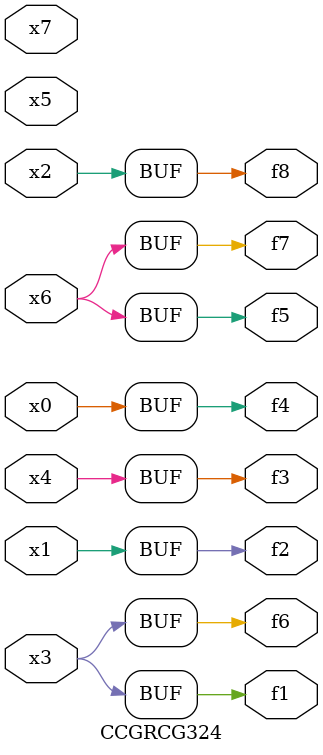
<source format=v>
module CCGRCG324(
	input x0, x1, x2, x3, x4, x5, x6, x7,
	output f1, f2, f3, f4, f5, f6, f7, f8
);
	assign f1 = x3;
	assign f2 = x1;
	assign f3 = x4;
	assign f4 = x0;
	assign f5 = x6;
	assign f6 = x3;
	assign f7 = x6;
	assign f8 = x2;
endmodule

</source>
